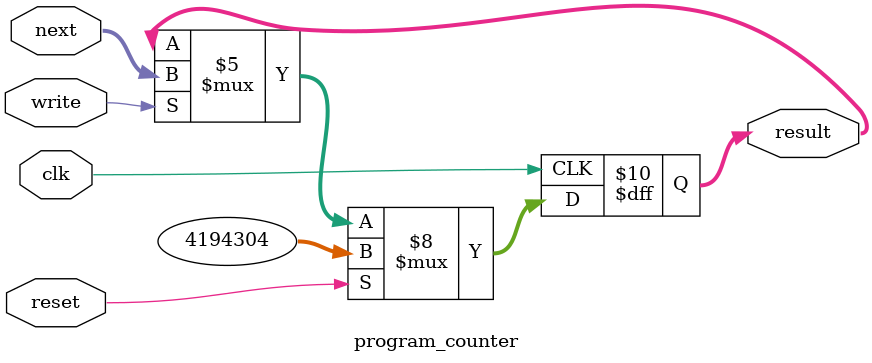
<source format=v>
/* Program Counter (PC).v
Counts through instruction memory starting at
0x00400000 and sends the result to the address line of instruction_mem

OUTPUTS
result: the memory address sent to instruction memory i.e the next instruction

INPUTS 
next: The next memory address to be passed through to result, provided by the hardware adder
clk: the system clock
write: control line to enable "next" to write to "result", at program termination the control module
		 can ground this line to prevent instruction execution

*/


module program_counter(next, result, reset, clk, write);
input [31:0] next;
input reset, clk, write;

output reg [31:0] result;

initial begin //our instruction segement begins at 0x00400000
	result <= 32'h00400000;
end


always @(posedge clk)
begin

	if (reset == 1) begin
		result <= 32'h00400000;
	end
	
	else begin
		if (write == 1) begin
			result <= next;
		end
	end
end

endmodule
</source>
